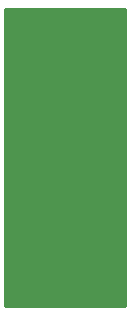
<source format=gbr>
%TF.GenerationSoftware,KiCad,Pcbnew,(5.1.6)-1*%
%TF.CreationDate,2020-08-25T10:54:11-06:00*%
%TF.ProjectId,SMA_Tester,534d415f-5465-4737-9465-722e6b696361,rev?*%
%TF.SameCoordinates,Original*%
%TF.FileFunction,Soldermask,Bot*%
%TF.FilePolarity,Negative*%
%FSLAX46Y46*%
G04 Gerber Fmt 4.6, Leading zero omitted, Abs format (unit mm)*
G04 Created by KiCad (PCBNEW (5.1.6)-1) date 2020-08-25 10:54:11*
%MOMM*%
%LPD*%
G01*
G04 APERTURE LIST*
%ADD10C,0.254000*%
G04 APERTURE END LIST*
D10*
G36*
X146177000Y-101854000D02*
G01*
X136017000Y-101854000D01*
X136017000Y-76708000D01*
X146177000Y-76708000D01*
X146177000Y-101854000D01*
G37*
X146177000Y-101854000D02*
X136017000Y-101854000D01*
X136017000Y-76708000D01*
X146177000Y-76708000D01*
X146177000Y-101854000D01*
M02*

</source>
